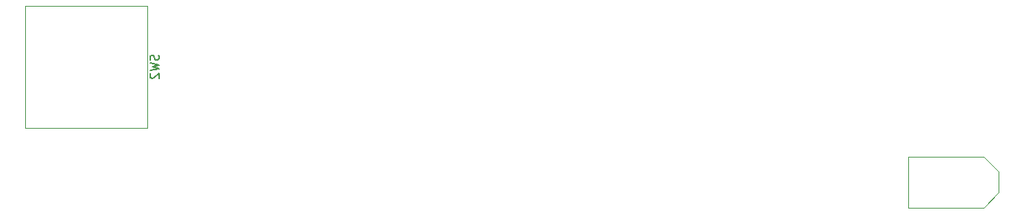
<source format=gbr>
%TF.GenerationSoftware,KiCad,Pcbnew,7.0.5-4d25ed1034~172~ubuntu22.04.1*%
%TF.CreationDate,2023-05-31T11:12:09-04:00*%
%TF.ProjectId,car_control,6361725f-636f-46e7-9472-6f6c2e6b6963,rev?*%
%TF.SameCoordinates,Original*%
%TF.FileFunction,Legend,Bot*%
%TF.FilePolarity,Positive*%
%FSLAX46Y46*%
G04 Gerber Fmt 4.6, Leading zero omitted, Abs format (unit mm)*
G04 Created by KiCad (PCBNEW 7.0.5-4d25ed1034~172~ubuntu22.04.1) date 2023-05-31 11:12:09*
%MOMM*%
%LPD*%
G01*
G04 APERTURE LIST*
%ADD10C,0.150000*%
%ADD11C,0.100000*%
%ADD12C,0.120000*%
G04 APERTURE END LIST*
D10*
%TO.C,SW2*%
X154966200Y-108013667D02*
X155013819Y-108156524D01*
X155013819Y-108156524D02*
X155013819Y-108394619D01*
X155013819Y-108394619D02*
X154966200Y-108489857D01*
X154966200Y-108489857D02*
X154918580Y-108537476D01*
X154918580Y-108537476D02*
X154823342Y-108585095D01*
X154823342Y-108585095D02*
X154728104Y-108585095D01*
X154728104Y-108585095D02*
X154632866Y-108537476D01*
X154632866Y-108537476D02*
X154585247Y-108489857D01*
X154585247Y-108489857D02*
X154537628Y-108394619D01*
X154537628Y-108394619D02*
X154490009Y-108204143D01*
X154490009Y-108204143D02*
X154442390Y-108108905D01*
X154442390Y-108108905D02*
X154394771Y-108061286D01*
X154394771Y-108061286D02*
X154299533Y-108013667D01*
X154299533Y-108013667D02*
X154204295Y-108013667D01*
X154204295Y-108013667D02*
X154109057Y-108061286D01*
X154109057Y-108061286D02*
X154061438Y-108108905D01*
X154061438Y-108108905D02*
X154013819Y-108204143D01*
X154013819Y-108204143D02*
X154013819Y-108442238D01*
X154013819Y-108442238D02*
X154061438Y-108585095D01*
X154013819Y-108918429D02*
X155013819Y-109156524D01*
X155013819Y-109156524D02*
X154299533Y-109347000D01*
X154299533Y-109347000D02*
X155013819Y-109537476D01*
X155013819Y-109537476D02*
X154013819Y-109775572D01*
X154109057Y-110108905D02*
X154061438Y-110156524D01*
X154061438Y-110156524D02*
X154013819Y-110251762D01*
X154013819Y-110251762D02*
X154013819Y-110489857D01*
X154013819Y-110489857D02*
X154061438Y-110585095D01*
X154061438Y-110585095D02*
X154109057Y-110632714D01*
X154109057Y-110632714D02*
X154204295Y-110680333D01*
X154204295Y-110680333D02*
X154299533Y-110680333D01*
X154299533Y-110680333D02*
X154442390Y-110632714D01*
X154442390Y-110632714D02*
X155013819Y-110061286D01*
X155013819Y-110061286D02*
X155013819Y-110680333D01*
D11*
%TO.C,U1*%
X240773000Y-119655000D02*
X240773000Y-125455000D01*
X240773000Y-125455000D02*
X249373000Y-125455000D01*
X249373000Y-119655000D02*
X240773000Y-119655000D01*
X251073000Y-121355000D02*
X249373000Y-119655000D01*
X251073000Y-123755000D02*
X249373000Y-125455000D01*
X251073000Y-123755000D02*
X251073000Y-121355000D01*
D12*
%TO.C,SW2*%
X139700000Y-116332000D02*
X153670000Y-116332000D01*
X153670000Y-116332000D02*
X153670000Y-102362000D01*
X139700000Y-102362000D02*
X139700000Y-116332000D01*
X153670000Y-102362000D02*
X139700000Y-102362000D01*
%TD*%
M02*

</source>
